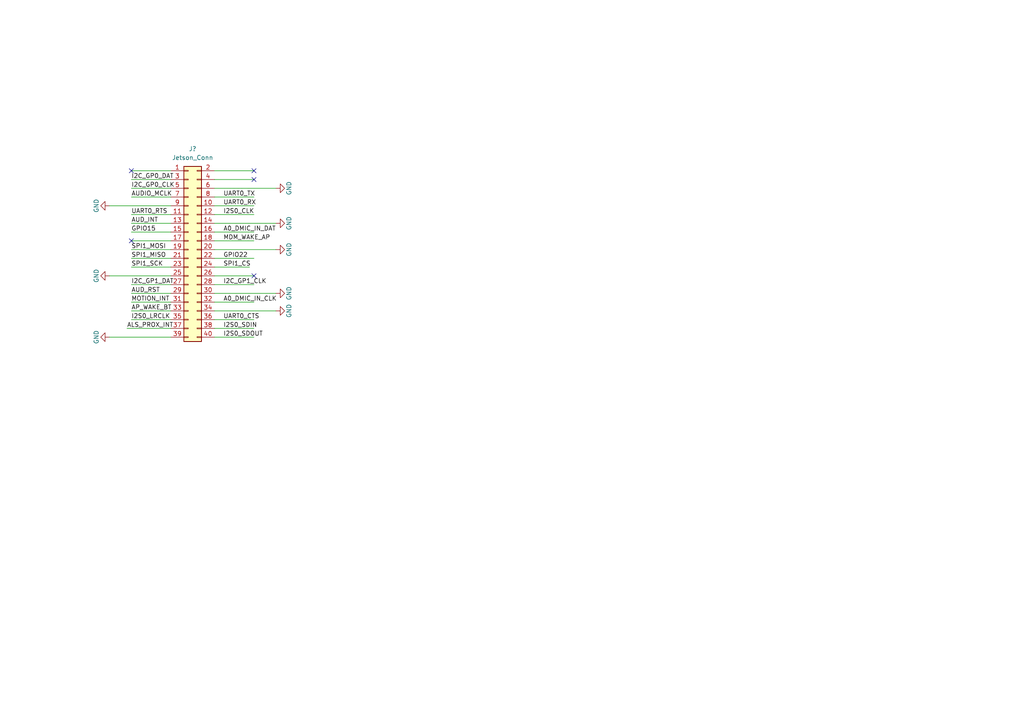
<source format=kicad_sch>
(kicad_sch (version 20211123) (generator eeschema)
  (paper "A4")
  (lib_symbols
    (symbol "Connector_Generic:Conn_02x20_Odd_Even" (pin_names (offset 1.016) hide)
      (property "Reference" "J" (at 1.27 25.4 0))
      (property "Value" "Conn_02x20_Odd_Even" (at 1.27 -27.94 0))
      (symbol "Conn_02x20_Odd_Even_1_1"
        (rectangle (start -1.27 -25.273) (end 0 -25.527) (stroke (width 0.1524)))
        (rectangle (start -1.27 -22.733) (end 0 -22.987) (stroke (width 0.1524)))
        (rectangle (start -1.27 -20.193) (end 0 -20.447) (stroke (width 0.1524)))
        (rectangle (start -1.27 -17.653) (end 0 -17.907) (stroke (width 0.1524)))
        (rectangle (start -1.27 -15.113) (end 0 -15.367) (stroke (width 0.1524)))
        (rectangle (start -1.27 -12.573) (end 0 -12.827) (stroke (width 0.1524)))
        (rectangle (start -1.27 -10.033) (end 0 -10.287) (stroke (width 0.1524)))
        (rectangle (start -1.27 -7.493) (end 0 -7.747) (stroke (width 0.1524)))
        (rectangle (start -1.27 -4.953) (end 0 -5.207) (stroke (width 0.1524)))
        (rectangle (start -1.27 -2.413) (end 0 -2.667) (stroke (width 0.1524)))
        (rectangle (start -1.27 0.127) (end 0 -0.127) (stroke (width 0.1524)))
        (rectangle (start -1.27 2.667) (end 0 2.413) (stroke (width 0.1524)))
        (rectangle (start -1.27 5.207) (end 0 4.953) (stroke (width 0.1524)))
        (rectangle (start -1.27 7.747) (end 0 7.493) (stroke (width 0.1524)))
        (rectangle (start -1.27 10.287) (end 0 10.033) (stroke (width 0.1524)))
        (rectangle (start -1.27 12.827) (end 0 12.573) (stroke (width 0.1524)))
        (rectangle (start -1.27 15.367) (end 0 15.113) (stroke (width 0.1524)))
        (rectangle (start -1.27 17.907) (end 0 17.653) (stroke (width 0.1524)))
        (rectangle (start -1.27 20.447) (end 0 20.193) (stroke (width 0.1524)))
        (rectangle (start -1.27 22.987) (end 0 22.733) (stroke (width 0.1524)))
        (rectangle (start -1.27 24.13) (end 3.81 -26.67) (stroke (width 0.254)) (fill (type background)))
        (rectangle (start 3.81 -25.273) (end 2.54 -25.527) (stroke (width 0.1524)))
        (rectangle (start 3.81 -22.733) (end 2.54 -22.987) (stroke (width 0.1524)))
        (rectangle (start 3.81 -20.193) (end 2.54 -20.447) (stroke (width 0.1524)))
        (rectangle (start 3.81 -17.653) (end 2.54 -17.907) (stroke (width 0.1524)))
        (rectangle (start 3.81 -15.113) (end 2.54 -15.367) (stroke (width 0.1524)))
        (rectangle (start 3.81 -12.573) (end 2.54 -12.827) (stroke (width 0.1524)))
        (rectangle (start 3.81 -10.033) (end 2.54 -10.287) (stroke (width 0.1524)))
        (rectangle (start 3.81 -7.493) (end 2.54 -7.747) (stroke (width 0.1524)))
        (rectangle (start 3.81 -4.953) (end 2.54 -5.207) (stroke (width 0.1524)))
        (rectangle (start 3.81 -2.413) (end 2.54 -2.667) (stroke (width 0.1524)))
        (rectangle (start 3.81 0.127) (end 2.54 -0.127) (stroke (width 0.1524)))
        (rectangle (start 3.81 2.667) (end 2.54 2.413) (stroke (width 0.1524)))
        (rectangle (start 3.81 5.207) (end 2.54 4.953) (stroke (width 0.1524)))
        (rectangle (start 3.81 7.747) (end 2.54 7.493) (stroke (width 0.1524)))
        (rectangle (start 3.81 10.287) (end 2.54 10.033) (stroke (width 0.1524)))
        (rectangle (start 3.81 12.827) (end 2.54 12.573) (stroke (width 0.1524)))
        (rectangle (start 3.81 15.367) (end 2.54 15.113) (stroke (width 0.1524)))
        (rectangle (start 3.81 17.907) (end 2.54 17.653) (stroke (width 0.1524)))
        (rectangle (start 3.81 20.447) (end 2.54 20.193) (stroke (width 0.1524)))
        (rectangle (start 3.81 22.987) (end 2.54 22.733) (stroke (width 0.1524)))
        (pin passive line (at -5.08 22.86 0) (length 3.81) (name "Pin_1") (number "1"))
        (pin passive line (at 7.62 12.7 180) (length 3.81) (name "Pin_10") (number "10"))
        (pin passive line (at -5.08 10.16 0) (length 3.81) (name "Pin_11") (number "11"))
        (pin passive line (at 7.62 10.16 180) (length 3.81) (name "Pin_12") (number "12"))
        (pin passive line (at -5.08 7.62 0) (length 3.81) (name "Pin_13") (number "13"))
        (pin passive line (at 7.62 7.62 180) (length 3.81) (name "Pin_14") (number "14"))
        (pin passive line (at -5.08 5.08 0) (length 3.81) (name "Pin_15") (number "15"))
        (pin passive line (at 7.62 5.08 180) (length 3.81) (name "Pin_16") (number "16"))
        (pin passive line (at -5.08 2.54 0) (length 3.81) (name "Pin_17") (number "17"))
        (pin passive line (at 7.62 2.54 180) (length 3.81) (name "Pin_18") (number "18"))
        (pin passive line (at -5.08 0 0) (length 3.81) (name "Pin_19") (number "19"))
        (pin passive line (at 7.62 22.86 180) (length 3.81) (name "Pin_2") (number "2"))
        (pin passive line (at 7.62 0 180) (length 3.81) (name "Pin_20") (number "20"))
        (pin passive line (at -5.08 -2.54 0) (length 3.81) (name "Pin_21") (number "21"))
        (pin passive line (at 7.62 -2.54 180) (length 3.81) (name "Pin_22") (number "22"))
        (pin passive line (at -5.08 -5.08 0) (length 3.81) (name "Pin_23") (number "23"))
        (pin passive line (at 7.62 -5.08 180) (length 3.81) (name "Pin_24") (number "24"))
        (pin passive line (at -5.08 -7.62 0) (length 3.81) (name "Pin_25") (number "25"))
        (pin passive line (at 7.62 -7.62 180) (length 3.81) (name "Pin_26") (number "26"))
        (pin passive line (at -5.08 -10.16 0) (length 3.81) (name "Pin_27") (number "27"))
        (pin passive line (at 7.62 -10.16 180) (length 3.81) (name "Pin_28") (number "28"))
        (pin passive line (at -5.08 -12.7 0) (length 3.81) (name "Pin_29") (number "29"))
        (pin passive line (at -5.08 20.32 0) (length 3.81) (name "Pin_3") (number "3"))
        (pin passive line (at 7.62 -12.7 180) (length 3.81) (name "Pin_30") (number "30"))
        (pin passive line (at -5.08 -15.24 0) (length 3.81) (name "Pin_31") (number "31"))
        (pin passive line (at 7.62 -15.24 180) (length 3.81) (name "Pin_32") (number "32"))
        (pin passive line (at -5.08 -17.78 0) (length 3.81) (name "Pin_33") (number "33"))
        (pin passive line (at 7.62 -17.78 180) (length 3.81) (name "Pin_34") (number "34"))
        (pin passive line (at -5.08 -20.32 0) (length 3.81) (name "Pin_35") (number "35"))
        (pin passive line (at 7.62 -20.32 180) (length 3.81) (name "Pin_36") (number "36"))
        (pin passive line (at -5.08 -22.86 0) (length 3.81) (name "Pin_37") (number "37"))
        (pin passive line (at 7.62 -22.86 180) (length 3.81) (name "Pin_38") (number "38"))
        (pin passive line (at -5.08 -25.4 0) (length 3.81) (name "Pin_39") (number "39"))
        (pin passive line (at 7.62 20.32 180) (length 3.81) (name "Pin_4") (number "4"))
        (pin passive line (at 7.62 -25.4 180) (length 3.81) (name "Pin_40") (number "40"))
        (pin passive line (at -5.08 17.78 0) (length 3.81) (name "Pin_5") (number "5"))
        (pin passive line (at 7.62 17.78 180) (length 3.81) (name "Pin_6") (number "6"))
        (pin passive line (at -5.08 15.24 0) (length 3.81) (name "Pin_7") (number "7"))
        (pin passive line (at 7.62 15.24 180) (length 3.81) (name "Pin_8") (number "8"))
        (pin passive line (at -5.08 12.7 0) (length 3.81) (name "Pin_9") (number "9"))
      )
    )
    (symbol "power:GND" (power) (pin_names (offset 0))
      (property "Value" "GND" (at 0 -3.81 0))
      (symbol "GND_0_1"
        (polyline (pts (xy 0 0) (xy 0 -1.27) (xy 1.27 -1.27) (xy 0 -2.54) (xy -1.27 -1.27) (xy 0 -1.27)))
      )
      (symbol "GND_1_1"
        (pin power_in line (at 0 0 270) (length 0) hide (name "GND") (number "1"))
      )
    )
  )
  (no_connect (at 38.1 49.53))
  (no_connect (at 73.66 49.53))
  (no_connect (at 38.1 69.85))
  (no_connect (at 73.66 52.07))
  (no_connect (at 73.66 80.01))
  (wire (pts (xy 38.1 77.47) (xy 49.53 77.47)))
  (wire (pts (xy 62.23 95.25) (xy 73.66 95.25)))
  (wire (pts (xy 62.23 64.77) (xy 80.01 64.77)))
  (wire (pts (xy 62.23 92.71) (xy 73.66 92.71)))
  (wire (pts (xy 38.1 62.23) (xy 49.53 62.23)))
  (wire (pts (xy 62.23 77.47) (xy 72.39 77.47)))
  (wire (pts (xy 31.75 97.79) (xy 49.53 97.79)))
  (wire (pts (xy 62.23 49.53) (xy 73.66 49.53)))
  (wire (pts (xy 38.1 74.93) (xy 49.53 74.93)))
  (wire (pts (xy 38.1 85.09) (xy 49.53 85.09)))
  (wire (pts (xy 62.23 67.31) (xy 73.66 67.31)))
  (wire (pts (xy 62.23 80.01) (xy 73.66 80.01)))
  (wire (pts (xy 62.23 87.63) (xy 73.66 87.63)))
  (wire (pts (xy 38.1 72.39) (xy 49.53 72.39)))
  (wire (pts (xy 62.23 85.09) (xy 80.01 85.09)))
  (wire (pts (xy 62.23 72.39) (xy 80.01 72.39)))
  (wire (pts (xy 62.23 54.61) (xy 80.01 54.61)))
  (wire (pts (xy 38.1 52.07) (xy 49.53 52.07)))
  (wire (pts (xy 38.1 69.85) (xy 49.53 69.85)))
  (wire (pts (xy 38.1 57.15) (xy 49.53 57.15)))
  (wire (pts (xy 38.1 64.77) (xy 49.53 64.77)))
  (wire (pts (xy 36.83 95.25) (xy 49.53 95.25)))
  (wire (pts (xy 62.23 82.55) (xy 73.66 82.55)))
  (wire (pts (xy 38.1 92.71) (xy 49.53 92.71)))
  (wire (pts (xy 62.23 62.23) (xy 73.66 62.23)))
  (wire (pts (xy 38.1 82.55) (xy 49.53 82.55)))
  (wire (pts (xy 62.23 69.85) (xy 73.66 69.85)))
  (wire (pts (xy 62.23 59.69) (xy 73.66 59.69)))
  (wire (pts (xy 31.75 80.01) (xy 49.53 80.01)))
  (wire (pts (xy 62.23 57.15) (xy 73.66 57.15)))
  (wire (pts (xy 62.23 90.17) (xy 80.01 90.17)))
  (wire (pts (xy 38.1 54.61) (xy 49.53 54.61)))
  (wire (pts (xy 38.1 90.17) (xy 49.53 90.17)))
  (wire (pts (xy 38.1 67.31) (xy 49.53 67.31)))
  (wire (pts (xy 62.23 52.07) (xy 73.66 52.07)))
  (wire (pts (xy 31.75 59.69) (xy 49.53 59.69)))
  (wire (pts (xy 62.23 97.79) (xy 73.66 97.79)))
  (wire (pts (xy 38.1 49.53) (xy 49.53 49.53)))
  (wire (pts (xy 38.1 87.63) (xy 49.53 87.63)))
  (wire (pts (xy 62.23 74.93) (xy 73.66 74.93)))
  (label "MOTION_INT" (at 38.1 87.63 0))
  (label "GPIO15" (at 38.1 67.31 0))
  (label "AUD_RST" (at 38.1 85.09 0))
  (label "UART0_RX" (at 64.77 59.69 0))
  (label "A0_DMIC_IN_DAT" (at 64.77 67.31 0))
  (label "I2C_GP1_DAT" (at 38.1 82.55 0))
  (label "I2C_GP0_DAT" (at 38.1 52.07 0))
  (label "UART0_TX" (at 64.77 57.15 0))
  (label "SPI1_SCK" (at 38.1 77.47 0))
  (label "MDM_WAKE_AP" (at 64.77 69.85 0))
  (label "SPI1_MISO" (at 38.1 74.93 0))
  (label "I2S0_SDOUT" (at 64.77 97.79 0))
  (label "ALS_PROX_INT" (at 36.83 95.25 0))
  (label "I2C_GP0_CLK" (at 38.1 54.61 0))
  (label "I2C_GP1_CLK" (at 64.77 82.55 0))
  (label "AP_WAKE_BT" (at 38.1 90.17 0))
  (label "I2S0_CLK" (at 64.77 62.23 0))
  (label "UART0_RTS" (at 38.1 62.23 0))
  (label "I2S0_LRCLK" (at 38.1 92.71 0))
  (label "AUDIO_MCLK" (at 38.1 57.15 0))
  (label "SPI1_CS" (at 64.77 77.47 0))
  (label "I2S0_SDIN" (at 64.77 95.25 0))
  (label "SPI1_MOSI" (at 38.1 72.39 0))
  (label "GPIO22" (at 64.77 74.93 0))
  (label "AUD_INT" (at 38.1 64.77 0))
  (label "UART0_CTS" (at 64.77 92.71 0))
  (label "A0_DMIC_IN_CLK" (at 64.77 87.63 0))
  (symbol (lib_id "power:GND") (at 31.75 97.79 270) (unit 1)
    (property "Reference" "#PWR?" (effects hide))
    (property "Value" "GND" (at 27.94 97.79 0))
  )
  (symbol (lib_id "power:GND") (at 80.01 72.39 90) (unit 1)
    (property "Reference" "#PWR?" (effects hide))
    (property "Value" "GND" (at 83.82 72.39 0))
  )
  (symbol (lib_id "power:GND") (at 80.01 90.17 90) (unit 1)
    (property "Reference" "#PWR?" (effects hide))
    (property "Value" "GND" (at 83.82 90.17 0))
  )
  (symbol (lib_id "power:GND") (at 80.01 85.09 90) (unit 1)
    (property "Reference" "#PWR?" (effects hide))
    (property "Value" "GND" (at 83.82 85.09 0))
  )
  (symbol (lib_id "power:GND") (at 80.01 54.61 90) (unit 1)
    (property "Reference" "#PWR?" (effects hide))
    (property "Value" "GND" (at 83.82 54.61 0))
  )
  (symbol (lib_id "power:GND") (at 31.75 80.01 270) (unit 1)
    (property "Reference" "#PWR?" (effects hide))
    (property "Value" "GND" (at 27.94 80.01 0))
  )
  (symbol (lib_id "power:GND") (at 31.75 59.69 270) (unit 1)
    (property "Reference" "#PWR?" (effects hide))
    (property "Value" "GND" (at 27.94 59.69 0))
  )
  (symbol (lib_id "power:GND") (at 80.01 64.77 90) (unit 1)
    (property "Reference" "#PWR?" (effects hide))
    (property "Value" "GND" (at 83.82 64.77 0))
  )
  (symbol (lib_id "Connector_Generic:Conn_02x20_Odd_Even") (at 54.61 72.39 0) (unit 1)
    (property "Reference" "J?" (at 55.88 43.18 0))
    (property "Value" "Jetson_Conn" (at 55.88 45.72 0))
  )
)
</source>
